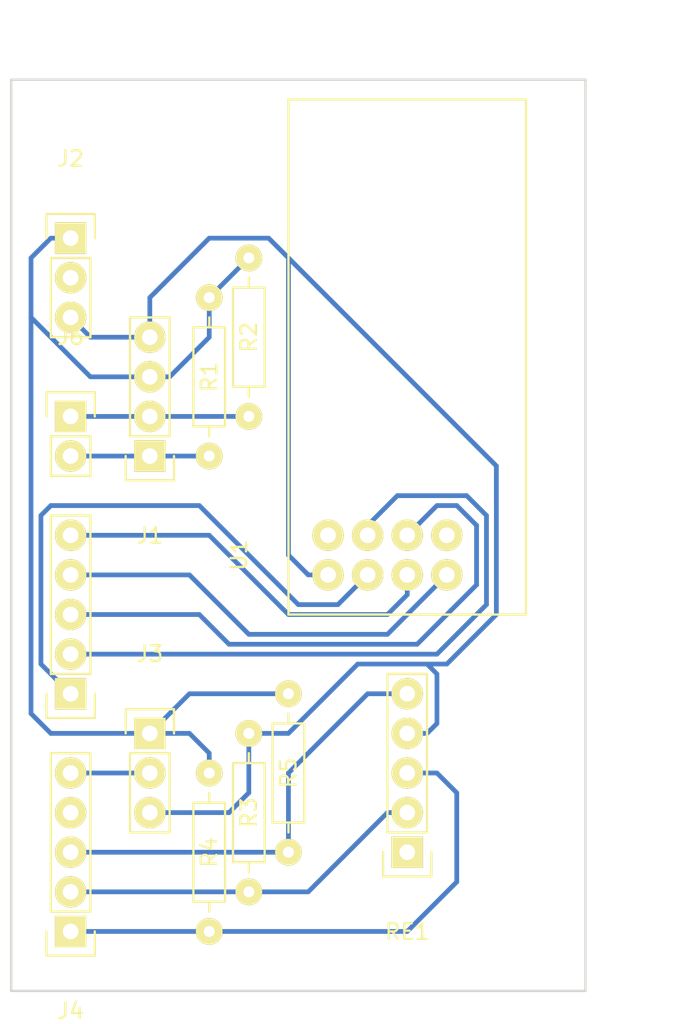
<source format=kicad_pcb>
(kicad_pcb (version 4) (host pcbnew 4.0.1-stable)

  (general
    (links 29)
    (no_connects 2)
    (area 144.704999 50.724999 181.685001 109.295001)
    (thickness 1.6)
    (drawings 6)
    (tracks 90)
    (zones 0)
    (modules 13)
    (nets 17)
  )

  (page A4)
  (layers
    (0 F.Cu signal)
    (31 B.Cu signal)
    (32 B.Adhes user)
    (33 F.Adhes user)
    (34 B.Paste user)
    (35 F.Paste user)
    (36 B.SilkS user)
    (37 F.SilkS user)
    (38 B.Mask user)
    (39 F.Mask user)
    (40 Dwgs.User user)
    (41 Cmts.User user)
    (42 Eco1.User user)
    (43 Eco2.User user)
    (44 Edge.Cuts user)
    (45 Margin user)
    (46 B.CrtYd user)
    (47 F.CrtYd user)
    (48 B.Fab user)
    (49 F.Fab user)
  )

  (setup
    (last_trace_width 0.3048)
    (trace_clearance 0.2)
    (zone_clearance 0.508)
    (zone_45_only no)
    (trace_min 0.2)
    (segment_width 0.2)
    (edge_width 0.15)
    (via_size 0.6)
    (via_drill 0.4)
    (via_min_size 0.4)
    (via_min_drill 0.3)
    (uvia_size 0.3)
    (uvia_drill 0.1)
    (uvias_allowed no)
    (uvia_min_size 0.2)
    (uvia_min_drill 0.1)
    (pcb_text_width 0.3)
    (pcb_text_size 1.5 1.5)
    (mod_edge_width 0.15)
    (mod_text_size 1 1)
    (mod_text_width 0.15)
    (pad_size 1.524 1.524)
    (pad_drill 0.762)
    (pad_to_mask_clearance 0.2)
    (aux_axis_origin 0 0)
    (visible_elements FFFEFF7F)
    (pcbplotparams
      (layerselection 0x01020_80000000)
      (usegerberextensions false)
      (excludeedgelayer true)
      (linewidth 0.100000)
      (plotframeref false)
      (viasonmask false)
      (mode 1)
      (useauxorigin false)
      (hpglpennumber 1)
      (hpglpenspeed 20)
      (hpglpendiameter 15)
      (hpglpenoverlay 2)
      (psnegative false)
      (psa4output false)
      (plotreference false)
      (plotvalue false)
      (plotinvisibletext false)
      (padsonsilk false)
      (subtractmaskfromsilk false)
      (outputformat 1)
      (mirror false)
      (drillshape 0)
      (scaleselection 1)
      (outputdirectory ""))
  )

  (net 0 "")
  (net 1 SCL)
  (net 2 SDA)
  (net 3 +5V)
  (net 4 GND)
  (net 5 +3V3)
  (net 6 D6)
  (net 7 D2)
  (net 8 D3)
  (net 9 D4)
  (net 10 "Net-(J4-Pad4)")
  (net 11 D9)
  (net 12 D10)
  (net 13 D11)
  (net 14 D12)
  (net 15 D13)
  (net 16 "Net-(U1-Pad8)")

  (net_class Default "This is the default net class."
    (clearance 0.2)
    (trace_width 0.3048)
    (via_dia 0.6)
    (via_drill 0.4)
    (uvia_dia 0.3)
    (uvia_drill 0.1)
    (add_net +3V3)
    (add_net +5V)
    (add_net D10)
    (add_net D11)
    (add_net D12)
    (add_net D13)
    (add_net D2)
    (add_net D3)
    (add_net D4)
    (add_net D6)
    (add_net D9)
    (add_net GND)
    (add_net "Net-(J4-Pad4)")
    (add_net "Net-(U1-Pad8)")
    (add_net SCL)
    (add_net SDA)
  )

  (module "Custom Footprint:Pin_Header_Straight_1x04" (layer F.Cu) (tedit 5832C1AF) (tstamp 587E5669)
    (at 153.67 74.93 180)
    (descr "Through hole pin header")
    (tags "pin header")
    (path /587E525F)
    (fp_text reference J1 (at 0 -5.1 180) (layer F.SilkS)
      (effects (font (size 1 1) (thickness 0.15)))
    )
    (fp_text value LCD (at 0 -3.1 180) (layer F.Fab)
      (effects (font (size 1 1) (thickness 0.15)))
    )
    (fp_line (start -1.27 8.89) (end -1.27 1.27) (layer F.SilkS) (width 0.15))
    (fp_line (start 1.27 1.27) (end 1.27 8.89) (layer F.SilkS) (width 0.15))
    (fp_line (start -1.27 8.89) (end 1.27 8.89) (layer F.SilkS) (width 0.15))
    (fp_line (start -1.75 -1.75) (end -1.75 9.37) (layer F.CrtYd) (width 0.05))
    (fp_line (start 1.75 -1.75) (end 1.75 9.37) (layer F.CrtYd) (width 0.05))
    (fp_line (start -1.75 -1.75) (end 1.75 -1.75) (layer F.CrtYd) (width 0.05))
    (fp_line (start -1.75 9.37) (end 1.75 9.37) (layer F.CrtYd) (width 0.05))
    (fp_line (start 1.55 -1.55) (end 1.55 0) (layer F.SilkS) (width 0.15))
    (fp_line (start 1.27 1.27) (end -1.27 1.27) (layer F.SilkS) (width 0.15))
    (fp_line (start -1.55 0) (end -1.55 -1.55) (layer F.SilkS) (width 0.15))
    (fp_line (start -1.55 -1.55) (end 1.55 -1.55) (layer F.SilkS) (width 0.15))
    (pad 1 thru_hole rect (at 0 0 180) (size 2.016 2.016) (drill 1) (layers *.Cu *.Mask F.SilkS)
      (net 1 SCL))
    (pad 2 thru_hole circle (at 0 2.54 180) (size 2.016 2.016) (drill 1) (layers *.Cu *.Mask F.SilkS)
      (net 2 SDA))
    (pad 3 thru_hole circle (at 0 5.08 180) (size 2.016 2.016) (drill 1) (layers *.Cu *.Mask F.SilkS)
      (net 3 +5V))
    (pad 4 thru_hole circle (at 0 7.62 180) (size 2.016 2.016) (drill 1) (layers *.Cu *.Mask F.SilkS)
      (net 4 GND))
    (model Pin_Headers.3dshapes/Pin_Header_Straight_1x06.wrl
      (at (xyz 0 -0.25 0))
      (scale (xyz 1 1 1))
      (rotate (xyz 0 0 90))
    )
  )

  (module "Custom Footprint:Pin_Header_Straight_1x03" (layer F.Cu) (tedit 57DDA327) (tstamp 587E5670)
    (at 148.59 60.96)
    (descr "Through hole pin header")
    (tags "pin header")
    (path /587E594F)
    (fp_text reference J2 (at 0 -5.1) (layer F.SilkS)
      (effects (font (size 1 1) (thickness 0.15)))
    )
    (fp_text value PWR (at 0 -3.1) (layer F.Fab)
      (effects (font (size 1 1) (thickness 0.15)))
    )
    (fp_line (start -1.75 -1.75) (end -1.75 6.85) (layer F.CrtYd) (width 0.05))
    (fp_line (start 1.75 -1.75) (end 1.75 6.85) (layer F.CrtYd) (width 0.05))
    (fp_line (start -1.75 -1.75) (end 1.75 -1.75) (layer F.CrtYd) (width 0.05))
    (fp_line (start -1.75 6.85) (end 1.75 6.85) (layer F.CrtYd) (width 0.05))
    (fp_line (start -1.27 1.27) (end -1.27 6.35) (layer F.SilkS) (width 0.15))
    (fp_line (start -1.27 6.35) (end 1.27 6.35) (layer F.SilkS) (width 0.15))
    (fp_line (start 1.27 6.35) (end 1.27 1.27) (layer F.SilkS) (width 0.15))
    (fp_line (start 1.55 -1.55) (end 1.55 0) (layer F.SilkS) (width 0.15))
    (fp_line (start 1.27 1.27) (end -1.27 1.27) (layer F.SilkS) (width 0.15))
    (fp_line (start -1.55 0) (end -1.55 -1.55) (layer F.SilkS) (width 0.15))
    (fp_line (start -1.55 -1.55) (end 1.55 -1.55) (layer F.SilkS) (width 0.15))
    (pad 1 thru_hole rect (at 0 0) (size 2.016 2.016) (drill 1) (layers *.Cu *.Mask F.SilkS)
      (net 3 +5V))
    (pad 2 thru_hole circle (at 0 2.54) (size 2.016 2.016) (drill 1) (layers *.Cu *.Mask F.SilkS)
      (net 5 +3V3))
    (pad 3 thru_hole circle (at 0 5.08) (size 2.016 2.016) (drill 1) (layers *.Cu *.Mask F.SilkS)
      (net 4 GND))
    (model Pin_Headers.3dshapes/Pin_Header_Straight_1x03.wrl
      (at (xyz 0 -0.1 0))
      (scale (xyz 1 1 1))
      (rotate (xyz 0 0 90))
    )
  )

  (module "Custom Footprint:Pin_Header_Straight_1x03" (layer F.Cu) (tedit 57DDA327) (tstamp 587E5677)
    (at 153.67 92.71)
    (descr "Through hole pin header")
    (tags "pin header")
    (path /587E5C54)
    (fp_text reference J3 (at 0 -5.1) (layer F.SilkS)
      (effects (font (size 1 1) (thickness 0.15)))
    )
    (fp_text value IR (at 0 -3.1) (layer F.Fab)
      (effects (font (size 1 1) (thickness 0.15)))
    )
    (fp_line (start -1.75 -1.75) (end -1.75 6.85) (layer F.CrtYd) (width 0.05))
    (fp_line (start 1.75 -1.75) (end 1.75 6.85) (layer F.CrtYd) (width 0.05))
    (fp_line (start -1.75 -1.75) (end 1.75 -1.75) (layer F.CrtYd) (width 0.05))
    (fp_line (start -1.75 6.85) (end 1.75 6.85) (layer F.CrtYd) (width 0.05))
    (fp_line (start -1.27 1.27) (end -1.27 6.35) (layer F.SilkS) (width 0.15))
    (fp_line (start -1.27 6.35) (end 1.27 6.35) (layer F.SilkS) (width 0.15))
    (fp_line (start 1.27 6.35) (end 1.27 1.27) (layer F.SilkS) (width 0.15))
    (fp_line (start 1.55 -1.55) (end 1.55 0) (layer F.SilkS) (width 0.15))
    (fp_line (start 1.27 1.27) (end -1.27 1.27) (layer F.SilkS) (width 0.15))
    (fp_line (start -1.55 0) (end -1.55 -1.55) (layer F.SilkS) (width 0.15))
    (fp_line (start -1.55 -1.55) (end 1.55 -1.55) (layer F.SilkS) (width 0.15))
    (pad 1 thru_hole rect (at 0 0) (size 2.016 2.016) (drill 1) (layers *.Cu *.Mask F.SilkS)
      (net 3 +5V))
    (pad 2 thru_hole circle (at 0 2.54) (size 2.016 2.016) (drill 1) (layers *.Cu *.Mask F.SilkS)
      (net 6 D6))
    (pad 3 thru_hole circle (at 0 5.08) (size 2.016 2.016) (drill 1) (layers *.Cu *.Mask F.SilkS)
      (net 4 GND))
    (model Pin_Headers.3dshapes/Pin_Header_Straight_1x03.wrl
      (at (xyz 0 -0.1 0))
      (scale (xyz 1 1 1))
      (rotate (xyz 0 0 90))
    )
  )

  (module "Custom Footprint:Pin_Header_Straight_1x05" (layer F.Cu) (tedit 586A07DA) (tstamp 587E5680)
    (at 148.59 105.41 180)
    (descr "Through hole pin header")
    (tags "pin header")
    (path /587E5130)
    (fp_text reference J4 (at 0 -5.1 180) (layer F.SilkS)
      (effects (font (size 1 1) (thickness 0.15)))
    )
    (fp_text value Header_1X5 (at 0 -3.1 180) (layer F.Fab)
      (effects (font (size 1 1) (thickness 0.15)))
    )
    (fp_line (start -1.27 1.27) (end -1.27 11.43) (layer F.SilkS) (width 0.15))
    (fp_line (start -1.27 11.43) (end 1.27 11.43) (layer F.SilkS) (width 0.15))
    (fp_line (start 1.27 11.43) (end 1.27 1.27) (layer F.SilkS) (width 0.15))
    (fp_line (start -1.75 -1.75) (end -1.75 14.45) (layer F.CrtYd) (width 0.05))
    (fp_line (start 1.75 -1.75) (end 1.75 14.45) (layer F.CrtYd) (width 0.05))
    (fp_line (start -1.75 -1.75) (end 1.75 -1.75) (layer F.CrtYd) (width 0.05))
    (fp_line (start -1.75 14.45) (end 1.75 14.45) (layer F.CrtYd) (width 0.05))
    (fp_line (start 1.27 11.43) (end -1.27 11.43) (layer F.SilkS) (width 0.15))
    (fp_line (start 1.55 -1.55) (end 1.55 0) (layer F.SilkS) (width 0.15))
    (fp_line (start 1.27 1.27) (end -1.27 1.27) (layer F.SilkS) (width 0.15))
    (fp_line (start -1.55 0) (end -1.55 -1.55) (layer F.SilkS) (width 0.15))
    (fp_line (start -1.55 -1.55) (end 1.55 -1.55) (layer F.SilkS) (width 0.15))
    (pad 1 thru_hole rect (at 0 0 180) (size 2.016 2.016) (drill 1) (layers *.Cu *.Mask F.SilkS)
      (net 7 D2))
    (pad 2 thru_hole circle (at 0 2.54 180) (size 2.016 2.016) (drill 1) (layers *.Cu *.Mask F.SilkS)
      (net 8 D3))
    (pad 3 thru_hole circle (at 0 5.08 180) (size 2.016 2.016) (drill 1) (layers *.Cu *.Mask F.SilkS)
      (net 9 D4))
    (pad 4 thru_hole circle (at 0 7.62 180) (size 2.016 2.016) (drill 1) (layers *.Cu *.Mask F.SilkS)
      (net 10 "Net-(J4-Pad4)"))
    (pad 5 thru_hole circle (at 0 10.16 180) (size 2.016 2.016) (drill 1) (layers *.Cu *.Mask F.SilkS)
      (net 6 D6))
    (model Pin_Headers.3dshapes/Pin_Header_Straight_1x06.wrl
      (at (xyz 0 -0.25 0))
      (scale (xyz 1 1 1))
      (rotate (xyz 0 0 90))
    )
  )

  (module "Custom Footprint:Pin_Header_Straight_1x05" (layer F.Cu) (tedit 586A07DA) (tstamp 587E5689)
    (at 148.59 90.17 180)
    (descr "Through hole pin header")
    (tags "pin header")
    (path /587E5175)
    (fp_text reference J5 (at 0 -5.1 180) (layer F.SilkS)
      (effects (font (size 1 1) (thickness 0.15)))
    )
    (fp_text value Header_1X5 (at 0 -3.1 180) (layer F.Fab)
      (effects (font (size 1 1) (thickness 0.15)))
    )
    (fp_line (start -1.27 1.27) (end -1.27 11.43) (layer F.SilkS) (width 0.15))
    (fp_line (start -1.27 11.43) (end 1.27 11.43) (layer F.SilkS) (width 0.15))
    (fp_line (start 1.27 11.43) (end 1.27 1.27) (layer F.SilkS) (width 0.15))
    (fp_line (start -1.75 -1.75) (end -1.75 14.45) (layer F.CrtYd) (width 0.05))
    (fp_line (start 1.75 -1.75) (end 1.75 14.45) (layer F.CrtYd) (width 0.05))
    (fp_line (start -1.75 -1.75) (end 1.75 -1.75) (layer F.CrtYd) (width 0.05))
    (fp_line (start -1.75 14.45) (end 1.75 14.45) (layer F.CrtYd) (width 0.05))
    (fp_line (start 1.27 11.43) (end -1.27 11.43) (layer F.SilkS) (width 0.15))
    (fp_line (start 1.55 -1.55) (end 1.55 0) (layer F.SilkS) (width 0.15))
    (fp_line (start 1.27 1.27) (end -1.27 1.27) (layer F.SilkS) (width 0.15))
    (fp_line (start -1.55 0) (end -1.55 -1.55) (layer F.SilkS) (width 0.15))
    (fp_line (start -1.55 -1.55) (end 1.55 -1.55) (layer F.SilkS) (width 0.15))
    (pad 1 thru_hole rect (at 0 0 180) (size 2.016 2.016) (drill 1) (layers *.Cu *.Mask F.SilkS)
      (net 11 D9))
    (pad 2 thru_hole circle (at 0 2.54 180) (size 2.016 2.016) (drill 1) (layers *.Cu *.Mask F.SilkS)
      (net 12 D10))
    (pad 3 thru_hole circle (at 0 5.08 180) (size 2.016 2.016) (drill 1) (layers *.Cu *.Mask F.SilkS)
      (net 13 D11))
    (pad 4 thru_hole circle (at 0 7.62 180) (size 2.016 2.016) (drill 1) (layers *.Cu *.Mask F.SilkS)
      (net 14 D12))
    (pad 5 thru_hole circle (at 0 10.16 180) (size 2.016 2.016) (drill 1) (layers *.Cu *.Mask F.SilkS)
      (net 15 D13))
    (model Pin_Headers.3dshapes/Pin_Header_Straight_1x06.wrl
      (at (xyz 0 -0.25 0))
      (scale (xyz 1 1 1))
      (rotate (xyz 0 0 90))
    )
  )

  (module "Custom Footprint:Pin_Header_Straight_1x02" (layer F.Cu) (tedit 57DDA340) (tstamp 587E568F)
    (at 148.59 72.39)
    (descr "Through hole pin header")
    (tags "pin header")
    (path /587E6B47)
    (fp_text reference J6 (at 0 -5.1) (layer F.SilkS)
      (effects (font (size 1 1) (thickness 0.15)))
    )
    (fp_text value Header_1X2 (at 0 -3.1) (layer F.Fab)
      (effects (font (size 1 1) (thickness 0.15)))
    )
    (fp_line (start 1.27 1.27) (end 1.27 3.81) (layer F.SilkS) (width 0.15))
    (fp_line (start 1.55 -1.55) (end 1.55 0) (layer F.SilkS) (width 0.15))
    (fp_line (start -1.75 -1.75) (end -1.75 4.3) (layer F.CrtYd) (width 0.05))
    (fp_line (start 1.75 -1.75) (end 1.75 4.3) (layer F.CrtYd) (width 0.05))
    (fp_line (start -1.75 -1.75) (end 1.75 -1.75) (layer F.CrtYd) (width 0.05))
    (fp_line (start -1.75 4.3) (end 1.75 4.3) (layer F.CrtYd) (width 0.05))
    (fp_line (start 1.27 1.27) (end -1.27 1.27) (layer F.SilkS) (width 0.15))
    (fp_line (start -1.55 0) (end -1.55 -1.55) (layer F.SilkS) (width 0.15))
    (fp_line (start -1.55 -1.55) (end 1.55 -1.55) (layer F.SilkS) (width 0.15))
    (fp_line (start -1.27 1.27) (end -1.27 3.81) (layer F.SilkS) (width 0.15))
    (fp_line (start -1.27 3.81) (end 1.27 3.81) (layer F.SilkS) (width 0.15))
    (pad 1 thru_hole rect (at 0 0) (size 2.016 2.016) (drill 1) (layers *.Cu *.Mask F.SilkS)
      (net 2 SDA))
    (pad 2 thru_hole circle (at 0 2.54) (size 2.016 2.016) (drill 1) (layers *.Cu *.Mask F.SilkS)
      (net 1 SCL))
    (model Pin_Headers.3dshapes/Pin_Header_Straight_1x02.wrl
      (at (xyz 0 -0.05 0))
      (scale (xyz 1 1 1))
      (rotate (xyz 0 0 90))
    )
  )

  (module "Custom Footprint:Resistor-0.25W" (layer F.Cu) (tedit 57E029C8) (tstamp 587E5695)
    (at 157.48 74.93 90)
    (descr "Resitance 4 pas")
    (tags R)
    (path /587E52FF)
    (fp_text reference R1 (at 5.08 0 90) (layer F.SilkS)
      (effects (font (size 1 1) (thickness 0.15)))
    )
    (fp_text value 3.9kΩ (at 5.08 1.905 90) (layer F.Fab)
      (effects (font (size 1 1) (thickness 0.15)))
    )
    (fp_line (start 8.255 1.016) (end 1.905 1.016) (layer F.SilkS) (width 0.15))
    (fp_line (start 1.905 -1.016) (end 8.255 -1.016) (layer F.SilkS) (width 0.15))
    (fp_line (start 8.255 0) (end 8.89 0) (layer F.SilkS) (width 0.15))
    (fp_line (start 1.905 0) (end 1.27 0) (layer F.SilkS) (width 0.15))
    (fp_line (start 1.905 0) (end 1.905 -1.016) (layer F.SilkS) (width 0.15))
    (fp_line (start 8.255 -1.016) (end 8.255 1.016) (layer F.SilkS) (width 0.15))
    (fp_line (start 1.905 1.016) (end 1.905 0) (layer F.SilkS) (width 0.15))
    (pad 1 thru_hole circle (at 0 0 90) (size 1.716 1.716) (drill 0.7) (layers *.Cu *.Mask F.SilkS)
      (net 1 SCL))
    (pad 2 thru_hole circle (at 10.16 0 90) (size 1.716 1.716) (drill 0.7) (layers *.Cu *.Mask F.SilkS)
      (net 3 +5V))
    (model Discret.3dshapes/R4.wrl
      (at (xyz 0 0 0))
      (scale (xyz 0.4 0.4 0.4))
      (rotate (xyz 0 0 0))
    )
  )

  (module "Custom Footprint:Resistor-0.25W" (layer F.Cu) (tedit 57E029C8) (tstamp 587E569B)
    (at 160.02 72.39 90)
    (descr "Resitance 4 pas")
    (tags R)
    (path /587E53D9)
    (fp_text reference R2 (at 5.08 0 90) (layer F.SilkS)
      (effects (font (size 1 1) (thickness 0.15)))
    )
    (fp_text value 3.9kΩ (at 5.08 1.905 90) (layer F.Fab)
      (effects (font (size 1 1) (thickness 0.15)))
    )
    (fp_line (start 8.255 1.016) (end 1.905 1.016) (layer F.SilkS) (width 0.15))
    (fp_line (start 1.905 -1.016) (end 8.255 -1.016) (layer F.SilkS) (width 0.15))
    (fp_line (start 8.255 0) (end 8.89 0) (layer F.SilkS) (width 0.15))
    (fp_line (start 1.905 0) (end 1.27 0) (layer F.SilkS) (width 0.15))
    (fp_line (start 1.905 0) (end 1.905 -1.016) (layer F.SilkS) (width 0.15))
    (fp_line (start 8.255 -1.016) (end 8.255 1.016) (layer F.SilkS) (width 0.15))
    (fp_line (start 1.905 1.016) (end 1.905 0) (layer F.SilkS) (width 0.15))
    (pad 1 thru_hole circle (at 0 0 90) (size 1.716 1.716) (drill 0.7) (layers *.Cu *.Mask F.SilkS)
      (net 2 SDA))
    (pad 2 thru_hole circle (at 10.16 0 90) (size 1.716 1.716) (drill 0.7) (layers *.Cu *.Mask F.SilkS)
      (net 3 +5V))
    (model Discret.3dshapes/R4.wrl
      (at (xyz 0 0 0))
      (scale (xyz 0.4 0.4 0.4))
      (rotate (xyz 0 0 0))
    )
  )

  (module "Custom Footprint:Resistor-0.25W" (layer F.Cu) (tedit 57E029C8) (tstamp 587E56A1)
    (at 160.02 102.87 90)
    (descr "Resitance 4 pas")
    (tags R)
    (path /587E60A6)
    (fp_text reference R3 (at 5.08 0 90) (layer F.SilkS)
      (effects (font (size 1 1) (thickness 0.15)))
    )
    (fp_text value 10k (at 5.08 1.905 90) (layer F.Fab)
      (effects (font (size 1 1) (thickness 0.15)))
    )
    (fp_line (start 8.255 1.016) (end 1.905 1.016) (layer F.SilkS) (width 0.15))
    (fp_line (start 1.905 -1.016) (end 8.255 -1.016) (layer F.SilkS) (width 0.15))
    (fp_line (start 8.255 0) (end 8.89 0) (layer F.SilkS) (width 0.15))
    (fp_line (start 1.905 0) (end 1.27 0) (layer F.SilkS) (width 0.15))
    (fp_line (start 1.905 0) (end 1.905 -1.016) (layer F.SilkS) (width 0.15))
    (fp_line (start 8.255 -1.016) (end 8.255 1.016) (layer F.SilkS) (width 0.15))
    (fp_line (start 1.905 1.016) (end 1.905 0) (layer F.SilkS) (width 0.15))
    (pad 1 thru_hole circle (at 0 0 90) (size 1.716 1.716) (drill 0.7) (layers *.Cu *.Mask F.SilkS)
      (net 8 D3))
    (pad 2 thru_hole circle (at 10.16 0 90) (size 1.716 1.716) (drill 0.7) (layers *.Cu *.Mask F.SilkS)
      (net 4 GND))
    (model Discret.3dshapes/R4.wrl
      (at (xyz 0 0 0))
      (scale (xyz 0.4 0.4 0.4))
      (rotate (xyz 0 0 0))
    )
  )

  (module "Custom Footprint:Resistor-0.25W" (layer F.Cu) (tedit 57E029C8) (tstamp 587E56A7)
    (at 157.48 95.25 270)
    (descr "Resitance 4 pas")
    (tags R)
    (path /587E5FCC)
    (fp_text reference R4 (at 5.08 0 270) (layer F.SilkS)
      (effects (font (size 1 1) (thickness 0.15)))
    )
    (fp_text value 10k (at 5.08 1.905 270) (layer F.Fab)
      (effects (font (size 1 1) (thickness 0.15)))
    )
    (fp_line (start 8.255 1.016) (end 1.905 1.016) (layer F.SilkS) (width 0.15))
    (fp_line (start 1.905 -1.016) (end 8.255 -1.016) (layer F.SilkS) (width 0.15))
    (fp_line (start 8.255 0) (end 8.89 0) (layer F.SilkS) (width 0.15))
    (fp_line (start 1.905 0) (end 1.27 0) (layer F.SilkS) (width 0.15))
    (fp_line (start 1.905 0) (end 1.905 -1.016) (layer F.SilkS) (width 0.15))
    (fp_line (start 8.255 -1.016) (end 8.255 1.016) (layer F.SilkS) (width 0.15))
    (fp_line (start 1.905 1.016) (end 1.905 0) (layer F.SilkS) (width 0.15))
    (pad 1 thru_hole circle (at 0 0 270) (size 1.716 1.716) (drill 0.7) (layers *.Cu *.Mask F.SilkS)
      (net 3 +5V))
    (pad 2 thru_hole circle (at 10.16 0 270) (size 1.716 1.716) (drill 0.7) (layers *.Cu *.Mask F.SilkS)
      (net 7 D2))
    (model Discret.3dshapes/R4.wrl
      (at (xyz 0 0 0))
      (scale (xyz 0.4 0.4 0.4))
      (rotate (xyz 0 0 0))
    )
  )

  (module "Custom Footprint:Resistor-0.25W" (layer F.Cu) (tedit 57E029C8) (tstamp 587E56AD)
    (at 162.56 90.17 270)
    (descr "Resitance 4 pas")
    (tags R)
    (path /587E6033)
    (fp_text reference R5 (at 5.08 0 270) (layer F.SilkS)
      (effects (font (size 1 1) (thickness 0.15)))
    )
    (fp_text value 10k (at 5.08 1.905 270) (layer F.Fab)
      (effects (font (size 1 1) (thickness 0.15)))
    )
    (fp_line (start 8.255 1.016) (end 1.905 1.016) (layer F.SilkS) (width 0.15))
    (fp_line (start 1.905 -1.016) (end 8.255 -1.016) (layer F.SilkS) (width 0.15))
    (fp_line (start 8.255 0) (end 8.89 0) (layer F.SilkS) (width 0.15))
    (fp_line (start 1.905 0) (end 1.27 0) (layer F.SilkS) (width 0.15))
    (fp_line (start 1.905 0) (end 1.905 -1.016) (layer F.SilkS) (width 0.15))
    (fp_line (start 8.255 -1.016) (end 8.255 1.016) (layer F.SilkS) (width 0.15))
    (fp_line (start 1.905 1.016) (end 1.905 0) (layer F.SilkS) (width 0.15))
    (pad 1 thru_hole circle (at 0 0 270) (size 1.716 1.716) (drill 0.7) (layers *.Cu *.Mask F.SilkS)
      (net 3 +5V))
    (pad 2 thru_hole circle (at 10.16 0 270) (size 1.716 1.716) (drill 0.7) (layers *.Cu *.Mask F.SilkS)
      (net 9 D4))
    (model Discret.3dshapes/R4.wrl
      (at (xyz 0 0 0))
      (scale (xyz 0.4 0.4 0.4))
      (rotate (xyz 0 0 0))
    )
  )

  (module "Custom Footprint:Pin_Header_Straight_1x05" (layer F.Cu) (tedit 586A07DA) (tstamp 587E56B6)
    (at 170.18 100.33 180)
    (descr "Through hole pin header")
    (tags "pin header")
    (path /587E5E2A)
    (fp_text reference RE1 (at 0 -5.1 180) (layer F.SilkS)
      (effects (font (size 1 1) (thickness 0.15)))
    )
    (fp_text value Rotary_Encoder (at 0 -3.1 180) (layer F.Fab)
      (effects (font (size 1 1) (thickness 0.15)))
    )
    (fp_line (start -1.27 1.27) (end -1.27 11.43) (layer F.SilkS) (width 0.15))
    (fp_line (start -1.27 11.43) (end 1.27 11.43) (layer F.SilkS) (width 0.15))
    (fp_line (start 1.27 11.43) (end 1.27 1.27) (layer F.SilkS) (width 0.15))
    (fp_line (start -1.75 -1.75) (end -1.75 14.45) (layer F.CrtYd) (width 0.05))
    (fp_line (start 1.75 -1.75) (end 1.75 14.45) (layer F.CrtYd) (width 0.05))
    (fp_line (start -1.75 -1.75) (end 1.75 -1.75) (layer F.CrtYd) (width 0.05))
    (fp_line (start -1.75 14.45) (end 1.75 14.45) (layer F.CrtYd) (width 0.05))
    (fp_line (start 1.27 11.43) (end -1.27 11.43) (layer F.SilkS) (width 0.15))
    (fp_line (start 1.55 -1.55) (end 1.55 0) (layer F.SilkS) (width 0.15))
    (fp_line (start 1.27 1.27) (end -1.27 1.27) (layer F.SilkS) (width 0.15))
    (fp_line (start -1.55 0) (end -1.55 -1.55) (layer F.SilkS) (width 0.15))
    (fp_line (start -1.55 -1.55) (end 1.55 -1.55) (layer F.SilkS) (width 0.15))
    (pad 1 thru_hole rect (at 0 0 180) (size 2.016 2.016) (drill 1) (layers *.Cu *.Mask F.SilkS)
      (net 3 +5V))
    (pad 2 thru_hole circle (at 0 2.54 180) (size 2.016 2.016) (drill 1) (layers *.Cu *.Mask F.SilkS)
      (net 8 D3))
    (pad 3 thru_hole circle (at 0 5.08 180) (size 2.016 2.016) (drill 1) (layers *.Cu *.Mask F.SilkS)
      (net 7 D2))
    (pad 4 thru_hole circle (at 0 7.62 180) (size 2.016 2.016) (drill 1) (layers *.Cu *.Mask F.SilkS)
      (net 4 GND))
    (pad 5 thru_hole circle (at 0 10.16 180) (size 2.016 2.016) (drill 1) (layers *.Cu *.Mask F.SilkS)
      (net 9 D4))
    (model Pin_Headers.3dshapes/Pin_Header_Straight_1x06.wrl
      (at (xyz 0 -0.25 0))
      (scale (xyz 1 1 1))
      (rotate (xyz 0 0 90))
    )
  )

  (module ProjectSpecific:NRF24L01 (layer F.Cu) (tedit 585FB3C3) (tstamp 587E56C2)
    (at 166.37 81.28 90)
    (path /587E50F9)
    (fp_text reference U1 (at 0 -6.985 90) (layer F.SilkS)
      (effects (font (size 1 1) (thickness 0.15)))
    )
    (fp_text value NRF24L01 (at 0 -5.08 90) (layer F.Fab)
      (effects (font (size 1 1) (thickness 0.15)))
    )
    (fp_line (start -3.81 -1.27) (end -3.81 -3.81) (layer F.SilkS) (width 0.15))
    (fp_line (start -3.81 -3.81) (end 29.21 -3.81) (layer F.SilkS) (width 0.15))
    (fp_line (start 29.21 -3.81) (end 29.21 11.43) (layer F.SilkS) (width 0.15))
    (fp_line (start 29.21 11.43) (end -3.81 11.43) (layer F.SilkS) (width 0.15))
    (fp_line (start -3.81 11.43) (end -3.81 -1.27) (layer F.SilkS) (width 0.15))
    (pad 1 thru_hole circle (at -1.27 -1.27 90) (size 2.016 2.016) (drill 1) (layers *.Cu *.Mask F.SilkS)
      (net 4 GND))
    (pad 2 thru_hole circle (at 1.27 -1.27 90) (size 2.016 2.016) (drill 1) (layers *.Cu *.Mask F.SilkS)
      (net 5 +3V3))
    (pad 3 thru_hole circle (at -1.27 1.27 90) (size 2.016 2.016) (drill 1) (layers *.Cu *.Mask F.SilkS)
      (net 11 D9))
    (pad 4 thru_hole circle (at 1.27 1.27 90) (size 2.016 2.016) (drill 1) (layers *.Cu *.Mask F.SilkS)
      (net 12 D10))
    (pad 5 thru_hole circle (at -1.27 3.81 90) (size 2.016 2.016) (drill 1) (layers *.Cu *.Mask F.SilkS)
      (net 15 D13))
    (pad 6 thru_hole circle (at 1.27 3.81 90) (size 2.016 2.016) (drill 1) (layers *.Cu *.Mask F.SilkS)
      (net 13 D11))
    (pad 7 thru_hole circle (at -1.27 6.35 90) (size 2.016 2.016) (drill 1) (layers *.Cu *.Mask F.SilkS)
      (net 14 D12))
    (pad 8 thru_hole circle (at 1.27 6.35 90) (size 2.016 2.016) (drill 1) (layers *.Cu *.Mask F.SilkS)
      (net 16 "Net-(U1-Pad8)"))
  )

  (dimension 58.42 (width 0.3) (layer Margin)
    (gr_text "58.420 mm" (at 184.865 80.01 270) (layer Margin)
      (effects (font (size 1.5 1.5) (thickness 0.3)))
    )
    (feature1 (pts (xy 181.61 109.22) (xy 186.215 109.22)))
    (feature2 (pts (xy 181.61 50.8) (xy 186.215 50.8)))
    (crossbar (pts (xy 183.515 50.8) (xy 183.515 109.22)))
    (arrow1a (pts (xy 183.515 109.22) (xy 182.928579 108.093496)))
    (arrow1b (pts (xy 183.515 109.22) (xy 184.101421 108.093496)))
    (arrow2a (pts (xy 183.515 50.8) (xy 182.928579 51.926504)))
    (arrow2b (pts (xy 183.515 50.8) (xy 184.101421 51.926504)))
  )
  (dimension 36.83 (width 0.3) (layer Margin)
    (gr_text "36.830 mm" (at 163.195 47.545) (layer Margin)
      (effects (font (size 1.5 1.5) (thickness 0.3)))
    )
    (feature1 (pts (xy 181.61 50.8) (xy 181.61 46.195)))
    (feature2 (pts (xy 144.78 50.8) (xy 144.78 46.195)))
    (crossbar (pts (xy 144.78 48.895) (xy 181.61 48.895)))
    (arrow1a (pts (xy 181.61 48.895) (xy 180.483496 49.481421)))
    (arrow1b (pts (xy 181.61 48.895) (xy 180.483496 48.308579)))
    (arrow2a (pts (xy 144.78 48.895) (xy 145.906504 49.481421)))
    (arrow2b (pts (xy 144.78 48.895) (xy 145.906504 48.308579)))
  )
  (gr_line (start 181.61 50.8) (end 144.78 50.8) (angle 90) (layer Edge.Cuts) (width 0.15))
  (gr_line (start 181.61 109.22) (end 181.61 50.8) (angle 90) (layer Edge.Cuts) (width 0.15))
  (gr_line (start 144.78 109.22) (end 181.61 109.22) (angle 90) (layer Edge.Cuts) (width 0.15))
  (gr_line (start 144.78 50.8) (end 144.78 109.22) (angle 90) (layer Edge.Cuts) (width 0.15))

  (segment (start 148.59 74.93) (end 153.67 74.93) (width 0.3048) (layer B.Cu) (net 1) (status C00000))
  (segment (start 153.67 74.93) (end 157.48 74.93) (width 0.3048) (layer B.Cu) (net 1) (tstamp 587E57F0) (status C00000))
  (segment (start 160.02 72.39) (end 153.67 72.39) (width 0.3048) (layer B.Cu) (net 2) (status C00000))
  (segment (start 153.67 72.39) (end 148.59 72.39) (width 0.3048) (layer B.Cu) (net 2) (tstamp 587E57F3) (status C00000))
  (segment (start 153.67 92.71) (end 147.32 92.71) (width 0.3048) (layer B.Cu) (net 3) (status 400000))
  (segment (start 146.05 91.44) (end 146.05 66.04) (width 0.3048) (layer B.Cu) (net 3) (tstamp 587E589F))
  (segment (start 147.32 92.71) (end 146.05 91.44) (width 0.3048) (layer B.Cu) (net 3) (tstamp 587E589D))
  (segment (start 157.48 95.25) (end 157.48 93.98) (width 0.3048) (layer B.Cu) (net 3) (status 400000))
  (segment (start 156.21 92.71) (end 153.67 92.71) (width 0.3048) (layer B.Cu) (net 3) (tstamp 587E5888) (status 800000))
  (segment (start 157.48 93.98) (end 156.21 92.71) (width 0.3048) (layer B.Cu) (net 3) (tstamp 587E5886))
  (segment (start 162.56 90.17) (end 156.21 90.17) (width 0.3048) (layer B.Cu) (net 3) (status 400000))
  (segment (start 156.21 90.17) (end 153.67 92.71) (width 0.3048) (layer B.Cu) (net 3) (tstamp 587E5882) (status 800000))
  (segment (start 157.48 64.77) (end 157.48 67.31) (width 0.3048) (layer B.Cu) (net 3) (status 400000))
  (segment (start 154.94 69.85) (end 153.67 69.85) (width 0.3048) (layer B.Cu) (net 3) (tstamp 587E5808) (status 800000))
  (segment (start 157.48 67.31) (end 154.94 69.85) (width 0.3048) (layer B.Cu) (net 3) (tstamp 587E5806))
  (segment (start 160.02 62.23) (end 157.48 64.77) (width 0.3048) (layer B.Cu) (net 3) (status C00000))
  (segment (start 153.67 69.85) (end 149.86 69.85) (width 0.3048) (layer B.Cu) (net 3) (status 400000))
  (segment (start 149.86 69.85) (end 146.05 66.04) (width 0.3048) (layer B.Cu) (net 3) (tstamp 587E57FA))
  (segment (start 146.05 66.04) (end 146.05 62.23) (width 0.3048) (layer B.Cu) (net 3) (tstamp 587E57FC))
  (segment (start 147.32 60.96) (end 148.59 60.96) (width 0.3048) (layer B.Cu) (net 3) (tstamp 587E5800) (status 800000))
  (segment (start 146.05 62.23) (end 147.32 60.96) (width 0.3048) (layer B.Cu) (net 3) (tstamp 587E57FE))
  (segment (start 171.45 88.265) (end 172.72 88.265) (width 0.3048) (layer B.Cu) (net 4))
  (segment (start 175.895 75.565) (end 162.56 62.23) (width 0.3048) (layer B.Cu) (net 4) (tstamp 587E58A9))
  (segment (start 175.895 85.09) (end 175.895 75.565) (width 0.3048) (layer B.Cu) (net 4) (tstamp 587E58A7))
  (segment (start 172.72 88.265) (end 175.895 85.09) (width 0.3048) (layer B.Cu) (net 4) (tstamp 587E58A5))
  (segment (start 153.67 97.79) (end 158.75 97.79) (width 0.3048) (layer B.Cu) (net 4) (status 400000))
  (segment (start 160.02 96.52) (end 160.02 92.71) (width 0.3048) (layer B.Cu) (net 4) (tstamp 587E5899) (status 800000))
  (segment (start 158.75 97.79) (end 160.02 96.52) (width 0.3048) (layer B.Cu) (net 4) (tstamp 587E5897))
  (segment (start 170.18 92.71) (end 171.45 92.71) (width 0.3048) (layer B.Cu) (net 4) (status 400000))
  (segment (start 162.56 92.71) (end 160.02 92.71) (width 0.3048) (layer B.Cu) (net 4) (tstamp 587E5893) (status 800000))
  (segment (start 167.005 88.265) (end 162.56 92.71) (width 0.3048) (layer B.Cu) (net 4) (tstamp 587E5891))
  (segment (start 171.45 88.265) (end 167.005 88.265) (width 0.3048) (layer B.Cu) (net 4) (tstamp 587E5890))
  (segment (start 172.085 88.9) (end 171.45 88.265) (width 0.3048) (layer B.Cu) (net 4) (tstamp 587E588F))
  (segment (start 172.085 92.075) (end 172.085 88.9) (width 0.3048) (layer B.Cu) (net 4) (tstamp 587E588E))
  (segment (start 171.45 92.71) (end 172.085 92.075) (width 0.3048) (layer B.Cu) (net 4) (tstamp 587E588C))
  (segment (start 165.1 82.55) (end 163.83 82.55) (width 0.3048) (layer B.Cu) (net 4) (status 400000))
  (segment (start 163.83 82.55) (end 162.56 81.28) (width 0.3048) (layer B.Cu) (net 4) (tstamp 587E581D))
  (segment (start 162.56 81.28) (end 162.56 62.23) (width 0.3048) (layer B.Cu) (net 4) (tstamp 587E581F))
  (segment (start 153.67 64.77) (end 153.67 67.31) (width 0.3048) (layer B.Cu) (net 4) (tstamp 587E5827) (status 800000))
  (segment (start 162.56 62.23) (end 161.29 60.96) (width 0.3048) (layer B.Cu) (net 4) (tstamp 587E5821))
  (segment (start 161.29 60.96) (end 157.48 60.96) (width 0.3048) (layer B.Cu) (net 4) (tstamp 587E5823))
  (segment (start 157.48 60.96) (end 153.67 64.77) (width 0.3048) (layer B.Cu) (net 4) (tstamp 587E5825))
  (segment (start 153.67 67.31) (end 149.86 67.31) (width 0.3048) (layer B.Cu) (net 4) (status 400000))
  (segment (start 149.86 67.31) (end 148.59 66.04) (width 0.3048) (layer B.Cu) (net 4) (tstamp 587E57F6) (status 800000))
  (segment (start 148.59 95.25) (end 153.67 95.25) (width 0.3048) (layer B.Cu) (net 6) (status C00000))
  (segment (start 170.18 95.25) (end 172.085 95.25) (width 0.3048) (layer B.Cu) (net 7) (status 400000))
  (segment (start 170.18 105.41) (end 157.48 105.41) (width 0.3048) (layer B.Cu) (net 7) (tstamp 587E587E) (status 800000))
  (segment (start 173.355 102.235) (end 170.18 105.41) (width 0.3048) (layer B.Cu) (net 7) (tstamp 587E587C))
  (segment (start 173.355 96.52) (end 173.355 102.235) (width 0.3048) (layer B.Cu) (net 7) (tstamp 587E587A))
  (segment (start 172.085 95.25) (end 173.355 96.52) (width 0.3048) (layer B.Cu) (net 7) (tstamp 587E5878))
  (segment (start 148.59 105.41) (end 157.48 105.41) (width 0.3048) (layer B.Cu) (net 7) (status C00000))
  (segment (start 170.18 97.79) (end 168.91 97.79) (width 0.3048) (layer B.Cu) (net 8) (status 400000))
  (segment (start 163.83 102.87) (end 160.02 102.87) (width 0.3048) (layer B.Cu) (net 8) (tstamp 587E586E) (status 800000))
  (segment (start 168.91 97.79) (end 163.83 102.87) (width 0.3048) (layer B.Cu) (net 8) (tstamp 587E586C))
  (segment (start 160.02 102.87) (end 148.59 102.87) (width 0.3048) (layer B.Cu) (net 8) (status C00000))
  (segment (start 170.18 90.17) (end 167.64 90.17) (width 0.3048) (layer B.Cu) (net 9) (status 400000))
  (segment (start 162.56 95.25) (end 162.56 100.33) (width 0.3048) (layer B.Cu) (net 9) (tstamp 587E5874) (status 800000))
  (segment (start 167.64 90.17) (end 162.56 95.25) (width 0.3048) (layer B.Cu) (net 9) (tstamp 587E5872))
  (segment (start 148.59 100.33) (end 162.56 100.33) (width 0.3048) (layer B.Cu) (net 9) (status C00000))
  (segment (start 167.64 82.55) (end 165.735 84.455) (width 0.3048) (layer B.Cu) (net 11) (status 400000))
  (segment (start 146.685 88.265) (end 148.59 90.17) (width 0.3048) (layer B.Cu) (net 11) (tstamp 587E5860) (status 800000))
  (segment (start 146.685 78.74) (end 146.685 88.265) (width 0.3048) (layer B.Cu) (net 11) (tstamp 587E585F))
  (segment (start 147.32 78.105) (end 146.685 78.74) (width 0.3048) (layer B.Cu) (net 11) (tstamp 587E585E))
  (segment (start 156.845 78.105) (end 147.32 78.105) (width 0.3048) (layer B.Cu) (net 11) (tstamp 587E585C))
  (segment (start 163.195 84.455) (end 156.845 78.105) (width 0.3048) (layer B.Cu) (net 11) (tstamp 587E585A))
  (segment (start 165.735 84.455) (end 163.195 84.455) (width 0.3048) (layer B.Cu) (net 11) (tstamp 587E5859))
  (segment (start 167.64 80.01) (end 167.64 79.375) (width 0.3048) (layer B.Cu) (net 12) (status C00000))
  (segment (start 167.64 79.375) (end 169.545 77.47) (width 0.3048) (layer B.Cu) (net 12) (tstamp 587E584C) (status 400000))
  (segment (start 169.545 77.47) (end 173.99 77.47) (width 0.3048) (layer B.Cu) (net 12) (tstamp 587E584D))
  (segment (start 173.99 77.47) (end 175.26 78.74) (width 0.3048) (layer B.Cu) (net 12) (tstamp 587E584F))
  (segment (start 175.26 78.74) (end 175.26 84.455) (width 0.3048) (layer B.Cu) (net 12) (tstamp 587E5851))
  (segment (start 175.26 84.455) (end 172.085 87.63) (width 0.3048) (layer B.Cu) (net 12) (tstamp 587E5853))
  (segment (start 172.085 87.63) (end 148.59 87.63) (width 0.3048) (layer B.Cu) (net 12) (tstamp 587E5855) (status 800000))
  (segment (start 170.18 80.01) (end 172.085 78.105) (width 0.3048) (layer B.Cu) (net 13) (status 400000))
  (segment (start 156.845 85.09) (end 148.59 85.09) (width 0.3048) (layer B.Cu) (net 13) (tstamp 587E5848) (status 800000))
  (segment (start 158.75 86.995) (end 156.845 85.09) (width 0.3048) (layer B.Cu) (net 13) (tstamp 587E5846))
  (segment (start 170.815 86.995) (end 158.75 86.995) (width 0.3048) (layer B.Cu) (net 13) (tstamp 587E5844))
  (segment (start 174.625 83.185) (end 170.815 86.995) (width 0.3048) (layer B.Cu) (net 13) (tstamp 587E5842))
  (segment (start 174.625 79.375) (end 174.625 83.185) (width 0.3048) (layer B.Cu) (net 13) (tstamp 587E5840))
  (segment (start 173.355 78.105) (end 174.625 79.375) (width 0.3048) (layer B.Cu) (net 13) (tstamp 587E583E))
  (segment (start 172.085 78.105) (end 173.355 78.105) (width 0.3048) (layer B.Cu) (net 13) (tstamp 587E583C))
  (segment (start 172.72 82.55) (end 168.91 86.36) (width 0.3048) (layer B.Cu) (net 14) (status 400000))
  (segment (start 156.21 82.55) (end 148.59 82.55) (width 0.3048) (layer B.Cu) (net 14) (tstamp 587E5838) (status 800000))
  (segment (start 160.02 86.36) (end 156.21 82.55) (width 0.3048) (layer B.Cu) (net 14) (tstamp 587E5836))
  (segment (start 168.91 86.36) (end 160.02 86.36) (width 0.3048) (layer B.Cu) (net 14) (tstamp 587E5835))
  (segment (start 170.18 82.55) (end 170.18 83.82) (width 0.3048) (layer B.Cu) (net 15) (status 400000))
  (segment (start 157.48 80.01) (end 148.59 80.01) (width 0.3048) (layer B.Cu) (net 15) (tstamp 587E5831) (status 800000))
  (segment (start 162.56 85.09) (end 157.48 80.01) (width 0.3048) (layer B.Cu) (net 15) (tstamp 587E582F))
  (segment (start 168.91 85.09) (end 162.56 85.09) (width 0.3048) (layer B.Cu) (net 15) (tstamp 587E582D))
  (segment (start 170.18 83.82) (end 168.91 85.09) (width 0.3048) (layer B.Cu) (net 15) (tstamp 587E582B))

)

</source>
